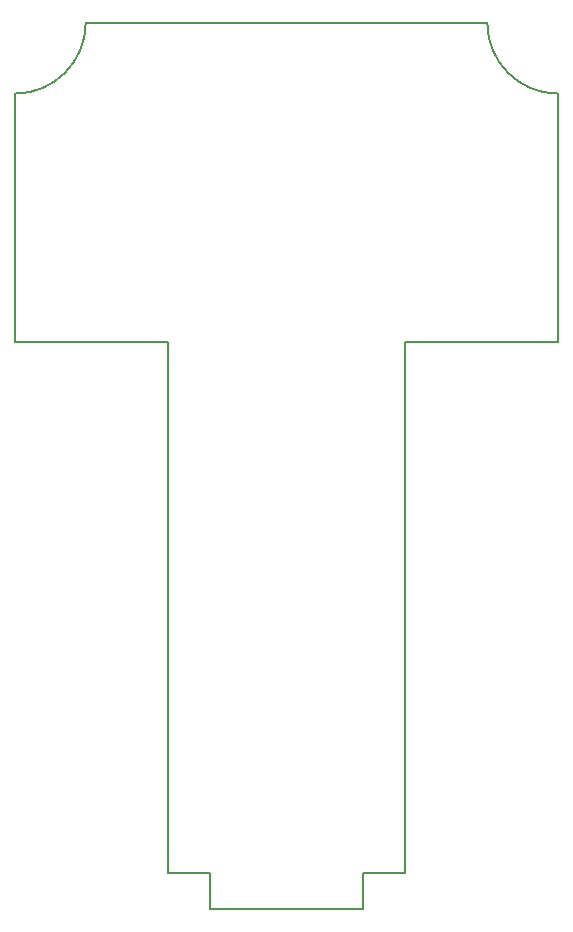
<source format=gbr>
%TF.GenerationSoftware,KiCad,Pcbnew,5.1.10-88a1d61d58~90~ubuntu20.04.1*%
%TF.CreationDate,2021-11-26T16:05:31-05:00*%
%TF.ProjectId,vindick,76696e64-6963-46b2-9e6b-696361645f70,rev?*%
%TF.SameCoordinates,Original*%
%TF.FileFunction,Profile,NP*%
%FSLAX46Y46*%
G04 Gerber Fmt 4.6, Leading zero omitted, Abs format (unit mm)*
G04 Created by KiCad (PCBNEW 5.1.10-88a1d61d58~90~ubuntu20.04.1) date 2021-11-26 16:05:31*
%MOMM*%
%LPD*%
G01*
G04 APERTURE LIST*
%TA.AperFunction,Profile*%
%ADD10C,0.200000*%
%TD*%
G04 APERTURE END LIST*
D10*
X66400000Y-128500000D02*
X66400000Y-128500000D01*
X36900000Y-83500000D02*
X36900000Y-83500000D01*
X49900000Y-128500000D02*
X49900000Y-128500000D01*
X36900000Y-62500000D02*
X36900000Y-62500000D01*
X82900000Y-62500000D02*
X82900000Y-62500000D01*
X42900000Y-56500000D02*
X42900000Y-56500000D01*
X49900000Y-128500000D02*
X49900000Y-128500000D01*
X53400000Y-131500000D02*
X53400000Y-131500000D01*
X53400000Y-128500000D02*
X53400000Y-128500000D01*
X69900000Y-128500000D02*
X69900000Y-128500000D01*
X76900000Y-56500000D02*
X76900000Y-56500000D01*
X76900000Y-56500000D02*
X76900000Y-56500000D01*
X82900000Y-62500000D02*
X82900000Y-83500000D01*
X69900000Y-128500000D02*
X69900000Y-128500000D01*
X69900000Y-83500000D02*
X69900000Y-83500000D01*
X49900000Y-83500000D02*
X49900000Y-83500000D01*
X82900000Y-83500000D02*
X82900000Y-83500000D01*
X53400000Y-131500000D02*
X66400000Y-131500000D01*
X66400000Y-131500000D02*
X66400000Y-131500000D01*
X66400000Y-131500000D02*
X66400000Y-131500000D01*
X42900000Y-56500000D02*
X42900000Y-56500000D01*
X42900000Y-56500000D02*
X76900000Y-56500000D01*
X49900000Y-128500000D02*
X49900000Y-83500000D01*
X53400000Y-131500000D02*
X53400000Y-131500000D01*
X82900000Y-62500000D02*
X82900000Y-62500000D01*
X66400000Y-128500000D02*
X66400000Y-128500000D01*
X69900000Y-83500000D02*
X69900000Y-83500000D01*
X69900000Y-83500000D02*
X82900000Y-83500000D01*
X36900000Y-62500000D02*
X36900000Y-62500000D01*
X66400000Y-131500000D02*
X66400000Y-128500000D01*
X49900000Y-83500000D02*
X36900000Y-83500000D01*
X49900000Y-83500000D02*
X49900000Y-83500000D01*
X82900000Y-83500000D02*
X82900000Y-83500000D01*
X66400000Y-128500000D02*
X69900000Y-128500000D01*
X53400000Y-128500000D02*
X53400000Y-128500000D01*
X69900000Y-128500000D02*
X69900000Y-83500000D01*
X53400000Y-128500000D02*
X53400000Y-131500000D01*
X36900000Y-83500000D02*
X36900000Y-83500000D01*
X36900000Y-83500000D02*
X36900000Y-62500000D01*
X82900000Y-62500000D02*
G75*
G02*
X76900000Y-56500000I0J6000000D01*
G01*
X42900000Y-56500000D02*
G75*
G02*
X36900000Y-62500000I-6000000J0D01*
G01*
X53400000Y-128500000D02*
X49900000Y-128500000D01*
M02*

</source>
